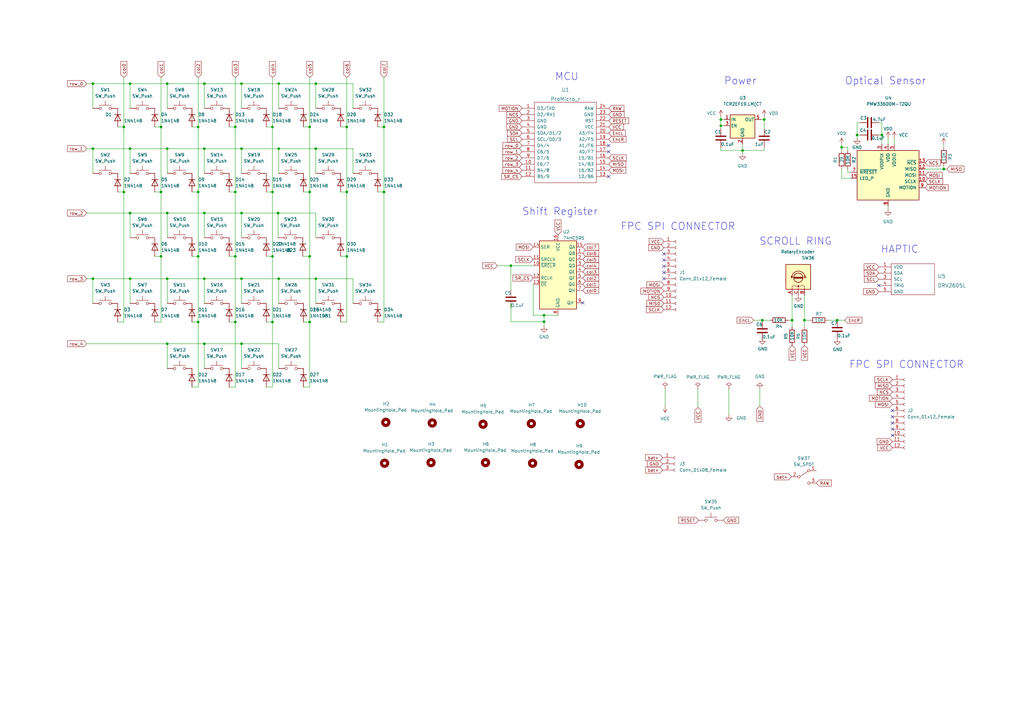
<source format=kicad_sch>
(kicad_sch (version 20211123) (generator eeschema)
  (paper "A3")
  (junction (at 127 105.156))
  (junction (at 129.54 34.29))
  (junction (at 53.34 34.29))
  (junction (at 129.54 60.96))
  (junction (at 50.8 78.74))
  (junction (at 142.24 52.07))
  (junction (at 68.58 34.29))
  (junction (at 96.52 105.156))
  (junction (at 83.82 140.97))
  (junction (at 114.3 114.3))
  (junction (at 295.656 51.562))
  (junction (at 114.3 60.96))
  (junction (at 53.34 60.96))
  (junction (at 127 52.07))
  (junction (at 157.48 52.07))
  (junction (at 99.06 87.376))
  (junction (at 81.28 105.156))
  (junction (at 66.04 78.74))
  (junction (at 223.139 129.286))
  (junction (at 38.1 34.29))
  (junction (at 53.34 87.376))
  (junction (at 209.55 108.966))
  (junction (at 99.06 140.97))
  (junction (at 38.1 60.96))
  (junction (at 324.866 131.318))
  (junction (at 81.28 52.07))
  (junction (at 96.52 52.07))
  (junction (at 127 78.74))
  (junction (at 111.76 78.74))
  (junction (at 99.06 60.96))
  (junction (at 50.8 52.07))
  (junction (at 99.06 114.3))
  (junction (at 38.1 114.3))
  (junction (at 127 132.08))
  (junction (at 96.52 78.74))
  (junction (at 142.24 78.74))
  (junction (at 83.82 34.29))
  (junction (at 312.674 131.318))
  (junction (at 387.096 69.342))
  (junction (at 345.186 60.452))
  (junction (at 157.48 78.74))
  (junction (at 96.52 132.08))
  (junction (at 129.54 114.3))
  (junction (at 114.3 34.29))
  (junction (at 66.04 52.07))
  (junction (at 99.06 34.29))
  (junction (at 68.58 60.96))
  (junction (at 111.76 105.156))
  (junction (at 304.546 61.722))
  (junction (at 81.28 78.74))
  (junction (at 68.58 140.97))
  (junction (at 313.436 49.022))
  (junction (at 68.58 87.376))
  (junction (at 142.24 105.156))
  (junction (at 223.139 131.9259))
  (junction (at 111.76 52.07))
  (junction (at 66.04 105.156))
  (junction (at 83.82 60.96))
  (junction (at 81.28 132.08))
  (junction (at 351.536 55.372))
  (junction (at 83.82 114.3))
  (junction (at 111.76 132.08))
  (junction (at 114.046 87.376))
  (junction (at 68.58 114.3))
  (junction (at 329.946 131.318))
  (junction (at 295.656 49.022))
  (junction (at 83.82 87.376))
  (junction (at 343.408 131.318))
  (junction (at 53.34 114.3))
  (junction (at 361.696 55.372))
  (no_connect (at 366.014 178.562))
  (no_connect (at 272.288 111.76))
  (no_connect (at 366.014 170.942))
  (no_connect (at 272.288 114.3))
  (no_connect (at 249.682 62.23))
  (no_connect (at 249.682 59.69))
  (no_connect (at 272.288 104.14))
  (no_connect (at 366.014 173.482))
  (no_connect (at 239.014 124.206))
  (no_connect (at 360.426 117.094))
  (no_connect (at 366.014 168.402))
  (no_connect (at 272.288 109.22))
  (no_connect (at 272.288 106.68))
  (no_connect (at 249.682 72.39))
  (no_connect (at 366.014 176.022))
  (wire (pts (xy 387.096 69.342) (xy 388.366 69.342)))
  (wire (pts (xy 203.962 108.966) (xy 209.55 108.966)))
  (wire (pts (xy 111.76 52.07) (xy 111.76 78.74)))
  (wire (pts (xy 50.8 78.74) (xy 48.26 78.74)))
  (wire (pts (xy 351.536 55.372) (xy 351.536 50.292)))
  (wire (pts (xy 53.34 114.3) (xy 68.58 114.3)))
  (wire (pts (xy 127 105.156) (xy 124.206 105.156)))
  (wire (pts (xy 387.096 69.342) (xy 387.096 68.072)))
  (wire (pts (xy 209.5764 124.5613) (xy 209.55 126.492)))
  (wire (pts (xy 312.674 139.446) (xy 312.674 138.684)))
  (wire (pts (xy 366.776 56.642) (xy 366.776 59.182)))
  (wire (pts (xy 78.74 158.75) (xy 81.28 158.75)))
  (wire (pts (xy 81.28 105.156) (xy 81.28 132.08)))
  (wire (pts (xy 38.1 60.96) (xy 53.34 60.96)))
  (wire (pts (xy 83.82 114.3) (xy 99.06 114.3)))
  (wire (pts (xy 111.76 105.156) (xy 111.76 132.08)))
  (wire (pts (xy 114.3 114.3) (xy 114.3 124.46)))
  (wire (pts (xy 99.06 114.3) (xy 114.3 114.3)))
  (wire (pts (xy 81.28 78.74) (xy 81.28 105.156)))
  (wire (pts (xy 223.139 131.9259) (xy 223.139 133.731)))
  (wire (pts (xy 83.82 60.96) (xy 83.82 71.12)))
  (wire (pts (xy 53.34 124.46) (xy 53.34 114.3)))
  (wire (pts (xy 323.342 131.318) (xy 324.866 131.318)))
  (wire (pts (xy 35.56 34.29) (xy 38.1 34.29)))
  (wire (pts (xy 66.04 105.156) (xy 66.04 132.08)))
  (wire (pts (xy 142.24 105.156) (xy 142.24 132.08)))
  (wire (pts (xy 114.3 34.29) (xy 129.54 34.29)))
  (wire (pts (xy 68.58 34.29) (xy 83.82 34.29)))
  (wire (pts (xy 129.54 60.96) (xy 144.78 60.96)))
  (wire (pts (xy 157.48 78.74) (xy 157.48 132.08)))
  (wire (pts (xy 361.696 50.292) (xy 360.426 50.292)))
  (wire (pts (xy 99.06 140.97) (xy 99.06 151.13)))
  (wire (pts (xy 53.34 87.376) (xy 68.58 87.376)))
  (wire (pts (xy 127 78.74) (xy 124.46 78.74)))
  (wire (pts (xy 272.796 166.624) (xy 272.796 159.512)))
  (wire (pts (xy 38.1 34.29) (xy 53.34 34.29)))
  (wire (pts (xy 209.5764 124.5613) (xy 209.5764 131.9273)))
  (wire (pts (xy 99.06 60.96) (xy 99.06 71.12)))
  (wire (pts (xy 361.696 55.372) (xy 360.426 55.372)))
  (wire (pts (xy 96.52 105.156) (xy 96.52 132.08)))
  (wire (pts (xy 127 105.156) (xy 127 132.08)))
  (wire (pts (xy 364.236 56.642) (xy 364.236 59.182)))
  (wire (pts (xy 298.958 159.512) (xy 298.958 170.18)))
  (wire (pts (xy 83.82 60.96) (xy 99.06 60.96)))
  (wire (pts (xy 142.24 132.08) (xy 139.7 132.08)))
  (wire (pts (xy 223.139 129.286) (xy 223.139 131.9259)))
  (wire (pts (xy 83.82 114.3) (xy 83.82 124.46)))
  (wire (pts (xy 142.24 105.156) (xy 139.7 105.156)))
  (wire (pts (xy 78.74 132.08) (xy 81.28 132.08)))
  (wire (pts (xy 379.476 69.342) (xy 387.096 69.342)))
  (wire (pts (xy 157.48 78.74) (xy 154.94 78.74)))
  (wire (pts (xy 286.258 159.512) (xy 286.258 167.132)))
  (wire (pts (xy 38.1 34.29) (xy 38.1 44.45)))
  (wire (pts (xy 68.58 114.3) (xy 83.82 114.3)))
  (wire (pts (xy 127 78.74) (xy 127 52.07)))
  (wire (pts (xy 309.118 131.318) (xy 312.674 131.318)))
  (wire (pts (xy 96.52 78.74) (xy 93.98 78.74)))
  (wire (pts (xy 311.658 166.624) (xy 311.658 159.512)))
  (wire (pts (xy 66.04 52.07) (xy 66.04 78.74)))
  (wire (pts (xy 347.726 60.452) (xy 345.186 60.452)))
  (wire (pts (xy 361.696 55.372) (xy 361.696 50.292)))
  (wire (pts (xy 127 78.74) (xy 127 105.156)))
  (wire (pts (xy 218.694 116.586) (xy 218.694 129.286)))
  (wire (pts (xy 124.46 158.75) (xy 127 158.75)))
  (wire (pts (xy 81.28 31.75) (xy 81.28 52.07)))
  (wire (pts (xy 99.06 87.376) (xy 114.046 87.376)))
  (wire (pts (xy 38.1 114.3) (xy 53.34 114.3)))
  (wire (pts (xy 127 52.07) (xy 124.46 52.07)))
  (wire (pts (xy 129.54 114.3) (xy 144.78 114.3)))
  (wire (pts (xy 114.3 34.29) (xy 114.3 44.45)))
  (wire (pts (xy 66.04 31.75) (xy 66.04 52.07)))
  (wire (pts (xy 144.78 60.96) (xy 144.78 71.12)))
  (wire (pts (xy 228.854 129.286) (xy 223.139 129.286)))
  (wire (pts (xy 129.54 34.29) (xy 144.78 34.29)))
  (wire (pts (xy 295.656 61.722) (xy 304.546 61.722)))
  (wire (pts (xy 109.22 132.08) (xy 111.76 132.08)))
  (wire (pts (xy 68.58 140.97) (xy 83.82 140.97)))
  (wire (pts (xy 129.54 60.96) (xy 129.54 71.12)))
  (wire (pts (xy 83.82 151.13) (xy 83.82 140.97)))
  (wire (pts (xy 157.48 31.75) (xy 157.48 52.07)))
  (wire (pts (xy 99.06 114.3) (xy 99.06 124.46)))
  (wire (pts (xy 63.5 105.156) (xy 66.04 105.156)))
  (wire (pts (xy 313.436 61.722) (xy 304.546 61.722)))
  (wire (pts (xy 83.82 87.376) (xy 99.06 87.376)))
  (wire (pts (xy 361.696 55.372) (xy 361.696 59.182)))
  (wire (pts (xy 329.946 134.112) (xy 329.946 131.318)))
  (wire (pts (xy 124.46 132.08) (xy 127 132.08)))
  (wire (pts (xy 142.24 78.74) (xy 139.7 78.74)))
  (wire (pts (xy 313.436 47.752) (xy 313.436 49.022)))
  (wire (pts (xy 111.76 78.74) (xy 111.76 105.156)))
  (wire (pts (xy 351.536 56.642) (xy 351.536 55.372)))
  (wire (pts (xy 345.186 59.182) (xy 345.186 60.452)))
  (wire (pts (xy 83.82 34.29) (xy 99.06 34.29)))
  (wire (pts (xy 295.656 51.562) (xy 295.656 49.022)))
  (wire (pts (xy 304.546 61.722) (xy 304.546 62.992)))
  (wire (pts (xy 114.3 60.96) (xy 114.3 71.12)))
  (wire (pts (xy 81.28 132.08) (xy 81.28 158.75)))
  (wire (pts (xy 109.22 52.07) (xy 111.76 52.07)))
  (wire (pts (xy 66.04 78.74) (xy 63.5 78.74)))
  (wire (pts (xy 114.046 87.376) (xy 129.54 87.376)))
  (wire (pts (xy 114.3 140.97) (xy 114.3 151.13)))
  (wire (pts (xy 99.06 87.376) (xy 99.06 97.536)))
  (wire (pts (xy 157.48 132.08) (xy 154.94 132.08)))
  (wire (pts (xy 114.046 87.376) (xy 114.046 97.536)))
  (wire (pts (xy 387.096 59.182) (xy 387.096 60.452)))
  (wire (pts (xy 81.28 105.156) (xy 78.74 105.156)))
  (wire (pts (xy 66.04 78.74) (xy 66.04 105.156)))
  (wire (pts (xy 114.3 114.3) (xy 129.54 114.3)))
  (wire (pts (xy 142.24 52.07) (xy 142.24 78.74)))
  (wire (pts (xy 50.8 78.74) (xy 50.8 52.07)))
  (wire (pts (xy 99.06 34.29) (xy 99.06 44.45)))
  (wire (pts (xy 114.3 60.96) (xy 129.54 60.96)))
  (wire (pts (xy 96.52 52.07) (xy 93.98 52.07)))
  (wire (pts (xy 96.52 78.74) (xy 96.52 105.156)))
  (wire (pts (xy 329.946 131.318) (xy 329.946 121.158)))
  (wire (pts (xy 347.726 61.722) (xy 347.726 60.452)))
  (wire (pts (xy 99.06 60.96) (xy 114.3 60.96)))
  (wire (pts (xy 81.28 52.07) (xy 78.74 52.07)))
  (wire (pts (xy 38.1 114.3) (xy 38.1 124.46)))
  (wire (pts (xy 312.674 131.318) (xy 315.722 131.318)))
  (wire (pts (xy 68.58 87.376) (xy 83.82 87.376)))
  (wire (pts (xy 312.674 131.826) (xy 312.674 131.318)))
  (wire (pts (xy 38.1 71.12) (xy 38.1 60.96)))
  (wire (pts (xy 348.996 70.612) (xy 347.726 70.612)))
  (wire (pts (xy 48.26 132.08) (xy 50.8 132.08)))
  (wire (pts (xy 93.98 132.08) (xy 96.52 132.08)))
  (wire (pts (xy 295.656 49.022) (xy 296.926 49.022)))
  (wire (pts (xy 127 31.75) (xy 127 52.07)))
  (wire (pts (xy 352.806 50.292) (xy 351.536 50.292)))
  (wire (pts (xy 144.78 114.3) (xy 144.78 124.46)))
  (wire (pts (xy 129.54 87.376) (xy 129.54 97.536)))
  (wire (pts (xy 157.48 52.07) (xy 157.48 78.74)))
  (wire (pts (xy 129.54 34.29) (xy 129.54 44.45)))
  (wire (pts (xy 343.408 131.318) (xy 346.456 131.318)))
  (wire (pts (xy 83.82 140.97) (xy 99.06 140.97)))
  (wire (pts (xy 111.76 31.75) (xy 111.76 52.07)))
  (wire (pts (xy 96.52 132.08) (xy 96.52 158.75)))
  (wire (pts (xy 154.94 52.07) (xy 157.48 52.07)))
  (wire (pts (xy 68.58 114.3) (xy 68.58 124.46)))
  (wire (pts (xy 218.694 129.286) (xy 223.139 129.286)))
  (wire (pts (xy 209.55 118.872) (xy 209.55 108.966)))
  (wire (pts (xy 68.58 60.96) (xy 83.82 60.96)))
  (wire (pts (xy 68.58 60.96) (xy 68.58 71.12)))
  (wire (pts (xy 111.76 105.156) (xy 109.22 105.156)))
  (wire (pts (xy 99.06 140.97) (xy 114.3 140.97)))
  (wire (pts (xy 83.82 87.376) (xy 83.82 97.536)))
  (wire (pts (xy 99.06 34.29) (xy 114.3 34.29)))
  (wire (pts (xy 139.7 52.07) (xy 142.24 52.07)))
  (wire (pts (xy 50.8 31.75) (xy 50.8 52.07)))
  (wire (pts (xy 96.52 31.75) (xy 96.52 52.07)))
  (wire (pts (xy 93.98 105.156) (xy 96.52 105.156)))
  (wire (pts (xy 313.436 49.022) (xy 313.436 52.832)))
  (wire (pts (xy 142.24 78.74) (xy 142.24 105.156)))
  (wire (pts (xy 329.946 131.318) (xy 331.978 131.318)))
  (wire (pts (xy 35.56 60.96) (xy 38.1 60.96)))
  (wire (pts (xy 50.8 78.74) (xy 50.8 132.08)))
  (wire (pts (xy 209.55 108.966) (xy 218.694 108.966)))
  (wire (pts (xy 111.76 78.74) (xy 109.22 78.74)))
  (wire (pts (xy 81.28 78.74) (xy 78.74 78.74)))
  (wire (pts (xy 313.436 60.452) (xy 313.436 61.722)))
  (wire (pts (xy 93.98 158.75) (xy 96.52 158.75)))
  (wire (pts (xy 96.52 78.74) (xy 96.52 52.07)))
  (wire (pts (xy 295.656 52.832) (xy 295.656 51.562)))
  (wire (pts (xy 144.78 34.29) (xy 144.78 44.45)))
  (wire (pts (xy 312.166 49.022) (xy 313.436 49.022)))
  (wire (pts (xy 53.34 34.29) (xy 68.58 34.29)))
  (wire (pts (xy 324.866 131.318) (xy 324.866 121.158)))
  (wire (pts (xy 68.58 140.97) (xy 68.58 151.13)))
  (wire (pts (xy 324.866 134.112) (xy 324.866 131.318)))
  (wire (pts (xy 53.34 60.96) (xy 68.58 60.96)))
  (wire (pts (xy 63.5 52.07) (xy 66.04 52.07)))
  (wire (pts (xy 345.186 73.152) (xy 345.186 69.342)))
  (wire (pts (xy 53.34 34.29) (xy 53.34 44.45)))
  (wire (pts (xy 83.82 34.29) (xy 83.82 44.45)))
  (wire (pts (xy 345.186 60.452) (xy 345.186 61.722)))
  (wire (pts (xy 35.56 87.376) (xy 53.34 87.376)))
  (wire (pts (xy 142.24 31.75) (xy 142.24 52.07)))
  (wire (pts (xy 68.58 34.29) (xy 68.58 44.45)))
  (wire (pts (xy 347.726 70.612) (xy 347.726 69.342)))
  (wire (pts (xy 81.28 78.74) (xy 81.28 52.07)))
  (wire (pts (xy 35.56 140.97) (xy 68.58 140.97)))
  (wire (pts (xy 68.58 87.376) (xy 68.58 97.536)))
  (wire (pts (xy 129.54 114.3) (xy 129.54 124.46)))
  (wire (pts (xy 53.34 60.96) (xy 53.34 71.12)))
  (wire (pts (xy 364.236 85.852) (xy 364.236 84.582)))
  (wire (pts (xy 111.76 132.08) (xy 111.76 158.75)))
  (wire (pts (xy 63.5 132.08) (xy 66.04 132.08)))
  (wire (pts (xy 339.598 131.318) (xy 343.408 131.318)))
  (wire (pts (xy 127 158.75) (xy 127 132.08)))
  (wire (pts (xy 345.186 73.152) (xy 348.996 73.152)))
  (wire (pts (xy 209.5764 131.9273) (xy 223.139 131.9259)))
  (wire (pts (xy 35.56 114.3) (xy 38.1 114.3)))
  (wire (pts (xy 304.546 59.182) (xy 304.546 61.722)))
  (wire (pts (xy 295.656 60.452) (xy 295.656 61.722)))
  (wire (pts (xy 295.656 47.752) (xy 295.656 49.022)))
  (wire (pts (xy 53.34 87.376) (xy 53.34 97.536)))
  (wire (pts (xy 296.926 51.562) (xy 295.656 51.562)))
  (wire (pts (xy 109.22 158.75) (xy 111.76 158.75)))
  (wire (pts (xy 352.806 55.372) (xy 351.536 55.372)))
  (wire (pts (xy 50.8 52.07) (xy 48.26 52.07)))
  (text "MCU" (at 227.584 33.274 0) (effects (font (size 2.9972 2.9972)) (justify left bottom)))
  (text "Power" (at 296.926 35.052 0) (effects (font (size 2.9972 2.9972)) (justify left bottom)))
  (text "HAPTIC" (at 361.188 104.14 0) (effects (font (size 2.9972 2.9972)) (justify left bottom)))
  (text "FPC SPI CONNECTOR\n" (at 348.234 151.384 0) (effects (font (size 2.9972 2.9972)) (justify left bottom)))
  (text "Shift Register\n" (at 214.122 88.646 0) (effects (font (size 2.9972 2.9972)) (justify left bottom)))
  (text "SCROLL RING" (at 311.404 100.838 0) (effects (font (size 2.9972 2.9972)) (justify left bottom)))
  (text "Optical Sensor" (at 346.456 35.052 0) (effects (font (size 2.9972 2.9972)) (justify left bottom)))
  (text "FPC SPI CONNECTOR\n" (at 254.508 94.742 0) (effects (font (size 2.9972 2.9972)) (justify left bottom)))
  (global_label "SCLK" (shape input) (at 249.682 64.77 0) (property "Intersheet References" "${INTERSHEET_REFS}" (effects hide)))
  (global_label "NCS" (shape input) (at 379.476 66.802 0) (property "Intersheet References" "${INTERSHEET_REFS}" (effects hide)))
  (global_label "NCS" (shape input) (at 366.014 160.782 180) (property "Intersheet References" "${INTERSHEET_REFS}" (effects hide)))
  (global_label "MISO" (shape input) (at 388.366 69.342 0) (property "Intersheet References" "${INTERSHEET_REFS}" (effects hide)))
  (global_label "col1" (shape input) (at 66.04 31.75 90) (property "Intersheet References" "${INTERSHEET_REFS}" (effects hide)))
  (global_label "GND" (shape input) (at 249.682 46.99 0) (property "Intersheet References" "${INTERSHEET_REFS}" (effects hide)))
  (global_label "MOTION" (shape input) (at 379.476 76.962 0) (property "Intersheet References" "${INTERSHEET_REFS}" (effects hide)))
  (global_label "col5" (shape input) (at 239.014 106.426 0) (property "Intersheet References" "${INTERSHEET_REFS}" (effects hide)))
  (global_label "MOSI" (shape input) (at 249.682 69.85 0) (property "Intersheet References" "${INTERSHEET_REFS}" (effects hide)))
  (global_label "col2" (shape input) (at 239.014 114.046 0) (property "Intersheet References" "${INTERSHEET_REFS}" (effects hide)))
  (global_label "SCL" (shape input) (at 360.426 114.554 180) (property "Intersheet References" "${INTERSHEET_REFS}" (effects hide)))
  (global_label "row_0" (shape input) (at 35.56 34.29 180) (property "Intersheet References" "${INTERSHEET_REFS}" (effects hide)))
  (global_label "VCC" (shape input) (at 329.946 141.732 270) (property "Intersheet References" "${INTERSHEET_REFS}" (effects hide)))
  (global_label "row_1" (shape input) (at 35.56 60.96 180) (property "Intersheet References" "${INTERSHEET_REFS}" (effects hide)))
  (global_label "row_3" (shape input) (at 35.56 114.3 180) (property "Intersheet References" "${INTERSHEET_REFS}" (effects hide)))
  (global_label "col1" (shape input) (at 239.014 116.586 0) (property "Intersheet References" "${INTERSHEET_REFS}" (effects hide)))
  (global_label "NCS" (shape input) (at 214.122 46.99 180) (property "Intersheet References" "${INTERSHEET_REFS}" (effects hide)))
  (global_label "bat+" (shape input) (at 324.612 195.58 180) (property "Intersheet References" "${INTERSHEET_REFS}" (effects hide)))
  (global_label "row_0" (shape input) (at 214.122 59.69 180) (property "Intersheet References" "${INTERSHEET_REFS}" (effects hide)))
  (global_label "MOTION" (shape input) (at 272.288 119.38 180) (property "Intersheet References" "${INTERSHEET_REFS}" (effects hide)))
  (global_label "col0" (shape input) (at 50.8 31.75 90) (property "Intersheet References" "${INTERSHEET_REFS}" (effects hide)))
  (global_label "bat+" (shape input) (at 271.78 187.706 180) (property "Intersheet References" "${INTERSHEET_REFS}" (effects hide)))
  (global_label "GND" (shape input) (at 366.014 181.102 180) (property "Intersheet References" "${INTERSHEET_REFS}" (effects hide)))
  (global_label "MOSI" (shape input) (at 272.288 116.84 180) (property "Intersheet References" "${INTERSHEET_REFS}" (effects hide)))
  (global_label "MOSI" (shape input) (at 379.476 71.882 0) (property "Intersheet References" "${INTERSHEET_REFS}" (effects hide)))
  (global_label "SCLK" (shape input) (at 218.694 106.426 180) (property "Intersheet References" "${INTERSHEET_REFS}" (effects hide)))
  (global_label "EncL" (shape input) (at 309.118 131.318 180) (property "Intersheet References" "${INTERSHEET_REFS}" (effects hide)))
  (global_label "RAW" (shape input) (at 249.682 44.45 0) (property "Intersheet References" "${INTERSHEET_REFS}" (effects hide)))
  (global_label "MISO" (shape input) (at 249.682 67.31 0) (property "Intersheet References" "${INTERSHEET_REFS}" (effects hide)))
  (global_label "GND" (shape input) (at 311.658 166.624 270) (property "Intersheet References" "${INTERSHEET_REFS}" (effects hide)))
  (global_label "GND" (shape input) (at 296.672 213.36 0) (property "Intersheet References" "${INTERSHEET_REFS}" (effects hide)))
  (global_label "VCC" (shape input) (at 360.426 109.474 180) (property "Intersheet References" "${INTERSHEET_REFS}" (effects hide)))
  (global_label "MOTION" (shape input) (at 366.014 163.322 180) (property "Intersheet References" "${INTERSHEET_REFS}" (effects hide)))
  (global_label "MISO" (shape input) (at 366.014 158.242 180) (property "Intersheet References" "${INTERSHEET_REFS}" (effects hide)))
  (global_label "SCLK" (shape input) (at 272.288 127 180) (property "Intersheet References" "${INTERSHEET_REFS}" (effects hide)))
  (global_label "row_1" (shape input) (at 214.122 62.23 180) (property "Intersheet References" "${INTERSHEET_REFS}" (effects hide)))
  (global_label "col6" (shape input) (at 239.014 103.886 0) (property "Intersheet References" "${INTERSHEET_REFS}" (effects hide)))
  (global_label "SDA" (shape input) (at 360.426 112.014 180) (property "Intersheet References" "${INTERSHEET_REFS}" (effects hide)))
  (global_label "row_4" (shape input) (at 35.56 140.97 180) (property "Intersheet References" "${INTERSHEET_REFS}" (effects hide)))
  (global_label "col4" (shape input) (at 111.76 31.75 90) (property "Intersheet References" "${INTERSHEET_REFS}" (effects hide)))
  (global_label "GND" (shape input) (at 272.288 101.6 180) (property "Intersheet References" "${INTERSHEET_REFS}" (effects hide)))
  (global_label "EncL" (shape input) (at 249.682 54.61 0) (property "Intersheet References" "${INTERSHEET_REFS}" (effects hide)))
  (global_label "col7" (shape input) (at 157.48 31.75 90) (property "Intersheet References" "${INTERSHEET_REFS}" (effects hide)))
  (global_label "SCLK" (shape input) (at 366.014 155.702 180) (property "Intersheet References" "${INTERSHEET_REFS}" (effects hide)))
  (global_label "GND" (shape input) (at 360.426 119.634 180) (property "Intersheet References" "${INTERSHEET_REFS}" (effects hide)))
  (global_label "RAW" (shape input) (at 334.772 198.12 0) (property "Intersheet References" "${INTERSHEET_REFS}" (effects hide)))
  (global_label "VCC" (shape input) (at 203.962 108.966 180) (property "Intersheet References" "${INTERSHEET_REFS}" (effects hide)))
  (global_label "col0" (shape input) (at 239.014 119.126 0) (property "Intersheet References" "${INTERSHEET_REFS}" (effects hide)))
  (global_label "EncR" (shape input) (at 346.456 131.318 0) (property "Intersheet References" "${INTERSHEET_REFS}" (effects hide)))
  (global_label "VCC" (shape input) (at 272.288 99.06 180) (property "Intersheet References" "${INTERSHEET_REFS}" (effects hide)))
  (global_label "MOSI" (shape input) (at 366.014 165.862 180) (property "Intersheet References" "${INTERSHEET_REFS}" (effects hide)))
  (global_label "VCC" (shape input) (at 286.258 167.132 270) (property "Intersheet References" "${INTERSHEET_REFS}" (effects hide)))
  (global_label "col4" (shape input) (at 239.014 108.966 0) (property "Intersheet References" "${INTERSHEET_REFS}" (effects hide)))
  (global_label "bat+" (shape input) (at 271.78 192.786 180) (property "Intersheet References" "${INTERSHEET_REFS}" (effects hide)))
  (global_label "MISO" (shape input) (at 272.288 124.46 180) (property "Intersheet References" "${INTERSHEET_REFS}" (effects hide)))
  (global_label "SDA" (shape input) (at 214.122 54.61 180) (property "Intersheet References" "${INTERSHEET_REFS}" (effects hide)))
  (global_label "col3" (shape input) (at 239.014 111.506 0) (property "Intersheet References" "${INTERSHEET_REFS}" (effects hide)))
  (global_label "SR_CS" (shape input) (at 214.122 72.39 180) (property "Intersheet References" "${INTERSHEET_REFS}" (effects hide)))
  (global_label "GND" (shape input) (at 214.122 52.07 180) (property "Intersheet References" "${INTERSHEET_REFS}" (effects hide)))
  (global_label "VCC" (shape input) (at 324.866 141.732 270) (property "Intersheet References" "${INTERSHEET_REFS}" (effects hide)))
  (global_label "SCLK" (shape input) (at 379.476 74.422 0) (property "Intersheet References" "${INTERSHEET_REFS}" (effects hide)))
  (global_label "MOSI" (shape input) (at 218.694 101.346 180) (property "Intersheet References" "${INTERSHEET_REFS}" (effects hide)))
  (global_label "GND" (shape input) (at 271.78 190.246 180) (property "Intersheet References" "${INTERSHEET_REFS}" (effects hide)))
  (global_label "row_4" (shape input) (at 214.122 69.85 180) (property "Intersheet References" "${INTERSHEET_REFS}" (effects hide)))
  (global_label "NCS" (shape input) (at 272.288 121.92 180) (property "Intersheet References" "${INTERSHEET_REFS}" (effects hide)))
  (global_label "MOTION" (shape input) (at 214.122 44.45 180) (property "Intersheet References" "${INTERSHEET_REFS}" (effects hide)))
  (global_label "EncR" (shape input) (at 249.682 57.15 0) (property "Intersheet References" "${INTERSHEET_REFS}" (effects hide)))
  (global_label "row_3" (shape input) (at 214.122 67.31 180) (property "Intersheet References" "${INTERSHEET_REFS}" (effects hide)))
  (global_label "VCC" (shape input) (at 249.682 52.07 0) (property "Intersheet References" "${INTERSHEET_REFS}" (effects hide)))
  (global_label "VCC" (shape input) (at 366.014 183.642 180) (property "Intersheet References" "${INTERSHEET_REFS}" (effects hide)))
  (global_label "col5" (shape input) (at 127 31.75 90) (property "Intersheet References" "${INTERSHEET_REFS}" (effects hide)))
  (global_label "col7" (shape input) (at 239.014 101.346 0) (property "Intersheet References" "${INTERSHEET_REFS}" (effects hide)))
  (global_label "col2" (shape input) (at 81.28 31.75 90) (property "Intersheet References" "${INTERSHEET_REFS}" (effects hide)))
  (global_label "VCC" (shape input) (at 228.854 96.266 90) (property "Intersheet References" "${INTERSHEET_REFS}" (effects hide)))
  (global_label "row_2" (shape input) (at 35.56 87.376 180) (property "Intersheet References" "${INTERSHEET_REFS}" (effects hide)))
  (global_label "row_2" (shape input) (at 214.122 64.77 180) (property "Intersheet References" "${INTERSHEET_REFS}" (effects hide)))
  (global_label "col6" (shape input) (at 142.24 31.75 90) (property "Intersheet References" "${INTERSHEET_REFS}" (effects hide)))
  (global_label "col3" (shape input) (at 96.52 31.75 90) (property "Intersheet References" "${INTERSHEET_REFS}" (effects hide)))
  (global_label "SR_CS" (shape input) (at 218.694 114.046 180) (property "Intersheet References" "${INTERSHEET_REFS}" (effects hide)))
  (global_label "SCL" (shape input) (at 214.122 57.15 180) (property "Intersheet References" "${INTERSHEET_REFS}" (effects hide)))
  (global_label "GND" (shape input) (at 214.122 49.53 180) (property "Intersheet References" "${INTERSHEET_REFS}" (effects hide)))
  (global_label "RESET" (shape input) (at 249.682 49.53 0) (property "Intersheet References" "${INTERSHEET_REFS}" (effects hide)))
  (global_label "RESET" (shape input) (at 286.512 213.36 180) (property "Intersheet References" "${INTERSHEET_REFS}" (effects hide)))
  (symbol (lib_id "alaa:Diode_1N4148") (at 63.5 48.26 270) (unit 1)
    (property "Reference" "D4" (at 66.04 46.9899 90) (effects (justify left)))
    (property "Value" "1N4148" (at 66.04 49.5299 90) (effects (justify left)))
    (property "Footprint" "Diode_SMD:D_SOD-123" (effects hide))
    (property "Datasheet" "https://assets.nexperia.com/documents/data-sheet/1N4148_1N4448.pdf" (effects hide))
    (property "LCSC" "C909967" (effects hide))
  )
  (symbol (lib_id "Mechanical:MountingHole") (at 158.242 173.228 0) (unit 1)
    (property "Reference" "H2" (at 156.972 165.608 0) (effects (justify left)))
    (property "Value" "MountingHole_Pad" (at 149.352 168.148 0) (effects (justify left)))
    (property "Footprint" "Alaa:MountingHole_M3" (effects hide))
  )
  (symbol (lib_id "alaa:Diode_1N4148") (at 48.26 128.27 270) (unit 1)
    (property "Reference" "D3" (at 50.8 126.9999 90) (effects (justify left)))
    (property "Value" "1N4148" (at 50.8 129.5399 90) (effects (justify left)))
    (property "Footprint" "Diode_SMD:D_SOD-123" (effects hide))
    (property "Datasheet" "https://assets.nexperia.com/documents/data-sheet/1N4148_1N4448.pdf" (effects hide))
    (property "LCSC" "C909967" (effects hide))
  )
  (symbol (lib_id "Mechanical:MountingHole") (at 177.292 173.482 0) (unit 1)
    (property "Reference" "H4" (at 176.022 165.862 0) (effects (justify left)))
    (property "Value" "MountingHole_Pad" (at 168.402 168.402 0) (effects (justify left)))
    (property "Footprint" "Alaa:MountingHole_M3" (effects hide))
  )
  (symbol (lib_id "power:VCC") (at 295.656 47.752 0) (unit 1)
    (property "Reference" "#PWR03" (effects hide))
    (property "Value" "VCC" (at 291.846 46.482 0))
  )
  (symbol (lib_id "Device:R") (at 345.186 65.532 0) (unit 1)
    (property "Reference" "R1" (at 342.646 65.532 90))
    (property "Value" "39" (at 345.186 65.532 90))
    (property "Footprint" "Resistor_SMD:R_0805_2012Metric" (effects hide))
    (property "manf#" "SG73P2ATTD39R0F" (effects hide))
    (property "LCSC" "C514993" (effects hide))
  )
  (symbol (lib_id "Connector:Conn_01x12_Female") (at 371.094 168.402 0) (unit 1)
    (property "Reference" "J2" (at 372.11 168.4019 0) (effects (justify left)))
    (property "Value" "Conn_01x12_Female" (at 372.11 170.9419 0) (effects (justify left)))
    (property "Footprint" "Alaa:FPC-SMD_FPC05012-09200-.5mm-rev" (effects hide))
    (property "LCSC" "C479750" (effects hide))
  )
  (symbol (lib_id "74xx:74HC595") (at 228.854 111.506 0) (unit 1)
    (property "Reference" "U2" (at 230.8734 95.1062 0) (effects (justify left)))
    (property "Value" "74HC595" (at 230.8734 97.6431 0) (effects (justify left)))
    (property "Footprint" "Package_SO:SOIC-16_3.9x9.9mm_P1.27mm" (effects hide))
    (property "Datasheet" "http://www.ti.com/lit/ds/symlink/sn74hc595.pdf" (effects hide))
    (property "LCSC" "C10092" (effects hide))
  )
  (symbol (lib_id "Switch:SW_Push") (at 104.14 71.12 0) (unit 1)
    (property "Reference" "SW19" (at 104.14 63.5 0))
    (property "Value" "SW_Push" (at 104.14 66.04 0))
    (property "Footprint" "Alaa:Kailh_hotswap_MX-CHOC-connected" (effects hide))
  )
  (symbol (lib_id "power:GND") (at 298.958 170.18 0) (unit 1)
    (property "Reference" "#PWR04" (effects hide))
    (property "Value" "GND" (at 302.006 171.4499 0) (effects (justify left)))
  )
  (symbol (lib_id "Switch:SW_Push") (at 134.62 71.12 0) (unit 1)
    (property "Reference" "SW29" (at 134.62 63.5 0))
    (property "Value" "SW_Push" (at 134.62 66.04 0))
    (property "Footprint" "Alaa:Kailh_hotswap_MX-CHOC-connected" (effects hide))
  )
  (symbol (lib_id "Device:C") (at 356.616 50.292 270) (unit 1)
    (property "Reference" "C3" (at 352.806 48.387 90) (effects (justify left)))
    (property "Value" "4.7uF" (at 357.886 49.022 90) (effects (justify left)))
    (property "Footprint" "Capacitor_SMD:C_0805_2012Metric" (effects hide))
    (property "manf#" "0805X475K250CT" (effects hide))
    (property "LCSC" "C303940" (effects hide))
  )
  (symbol (lib_id "Device:C") (at 356.616 55.372 90) (unit 1)
    (property "Reference" "C4" (at 355.346 53.467 90) (effects (justify left)))
    (property "Value" "0.1uF" (at 362.966 56.642 90) (effects (justify left)))
    (property "Footprint" "Capacitor_SMD:C_0805_2012Metric" (effects hide))
    (property "manf#" "0805B104K101CT" (effects hide))
    (property "LCSC" "C77456" (effects hide))
  )
  (symbol (lib_id "alaa:ProMicro_r") (at 233.172 62.23 0) (mirror y) (unit 1)
    (property "Reference" "U1" (at 231.902 36.83 0) (effects (font (size 1.524 1.524))))
    (property "Value" "ProMicro_r" (at 231.902 40.64 0) (effects (font (size 1.524 1.524))))
    (property "Footprint" "Alaa:ProMicro2" (effects hide))
  )
  (symbol (lib_id "Device:R") (at 319.532 131.318 90) (unit 1)
    (property "Reference" "R4" (at 319.532 133.858 90))
    (property "Value" "10K" (at 319.278 131.318 90))
    (property "Footprint" "Resistor_SMD:R_0805_2012Metric" (effects hide))
    (property "manf#" "ARG05BTC1002" (effects hide))
    (property "LCSC" "C406725" (effects hide))
  )
  (symbol (lib_id "Device:R") (at 335.788 131.318 270) (unit 1)
    (property "Reference" "R7" (at 335.788 128.778 90))
    (property "Value" "10K" (at 336.042 131.318 90))
    (property "Footprint" "Resistor_SMD:R_0805_2012Metric" (effects hide))
    (property "manf#" "ARG05BTC1002" (effects hide))
    (property "LCSC" "C406725" (effects hide))
  )
  (symbol (lib_id "power:GND") (at 311.658 159.512 180) (unit 1)
    (property "Reference" "#PWR07" (effects hide))
    (property "Value" "GND" (at 309.626 154.432 0) (effects (justify right)))
  )
  (symbol (lib_id "alaa:Diode_1N4148") (at 139.7 128.27 270) (unit 1)
    (property "Reference" "D31" (at 135.89 129.5401 90) (effects (justify right)))
    (property "Value" "1N4148" (at 135.89 127.0001 90) (effects (justify right)))
    (property "Footprint" "Diode_SMD:D_SOD-123" (effects hide))
    (property "Datasheet" "https://assets.nexperia.com/documents/data-sheet/1N4148_1N4448.pdf" (effects hide))
    (property "LCSC" "C909967" (effects hide))
  )
  (symbol (lib_id "alaa:Diode_1N4148") (at 139.7 74.93 270) (unit 1)
    (property "Reference" "D29" (at 142.24 73.6599 90) (effects (justify left)))
    (property "Value" "1N4148" (at 142.24 76.1999 90) (effects (justify left)))
    (property "Footprint" "Diode_SMD:D_SOD-123" (effects hide))
    (property "Datasheet" "https://assets.nexperia.com/documents/data-sheet/1N4148_1N4448.pdf" (effects hide))
    (property "LCSC" "C909967" (effects hide))
  )
  (symbol (lib_id "Device:C") (at 313.436 56.642 0) (unit 1)
    (property "Reference" "C2" (at 313.436 54.102 0) (effects (justify left)))
    (property "Value" "1uF" (at 309.626 59.182 0) (effects (justify left)))
    (property "Footprint" "Capacitor_SMD:C_0805_2012Metric" (effects hide))
    (property "manf#" "0805B105K100CT" (effects hide))
    (property "LCSC" "C366879" (effects hide))
  )
  (symbol (lib_id "Switch:SW_Push") (at 134.62 124.46 0) (unit 1)
    (property "Reference" "SW31" (at 134.62 116.84 0))
    (property "Value" "SW_Push" (at 134.62 119.38 0))
    (property "Footprint" "Alaa:Kailh_hotswap_MX-CHOC-connected" (effects hide))
  )
  (symbol (lib_id "Switch:SW_Push") (at 73.66 151.13 0) (unit 1)
    (property "Reference" "SW12" (at 73.66 143.51 0))
    (property "Value" "SW_Push" (at 73.66 146.05 0))
    (property "Footprint" "Alaa:Kailh_hotswap_MX-CHOC-connected" (effects hide))
  )
  (symbol (lib_id "Switch:SW_Push") (at 291.592 213.36 0) (unit 1)
    (property "Reference" "SW35" (at 291.592 205.74 0))
    (property "Value" "SW_Push" (at 291.592 208.28 0))
    (property "Footprint" "Button_Switch_SMD:SW_SPST_Omron_B3FS-100xP" (effects hide))
    (property "LCSC" "C271750" (effects hide))
  )
  (symbol (lib_id "alaa:Diode_1N4148") (at 124.46 128.27 270) (unit 1)
    (property "Reference" "D26" (at 127 126.9999 90) (effects (justify left)))
    (property "Value" "1N4148" (at 127 129.5399 90) (effects (justify left)))
    (property "Footprint" "Diode_SMD:D_SOD-123" (effects hide))
    (property "Datasheet" "https://assets.nexperia.com/documents/data-sheet/1N4148_1N4448.pdf" (effects hide))
    (property "LCSC" "C909967" (effects hide))
  )
  (symbol (lib_id "Switch:SW_Push") (at 134.62 44.45 0) (unit 1)
    (property "Reference" "SW28" (at 134.62 36.83 0))
    (property "Value" "SW_Push" (at 134.62 39.37 0))
    (property "Footprint" "Alaa:Kailh_hotswap_MX-CHOC-connected" (effects hide))
  )
  (symbol (lib_id "alaa:Diode_1N4148") (at 63.5 74.93 270) (unit 1)
    (property "Reference" "D5" (at 66.04 73.6599 90) (effects (justify left)))
    (property "Value" "1N4148" (at 66.04 76.1999 90) (effects (justify left)))
    (property "Footprint" "Diode_SMD:D_SOD-123" (effects hide))
    (property "Datasheet" "https://assets.nexperia.com/documents/data-sheet/1N4148_1N4448.pdf" (effects hide))
    (property "LCSC" "C909967" (effects hide))
  )
  (symbol (lib_id "alaa:Diode_1N4148") (at 93.98 154.94 270) (unit 1)
    (property "Reference" "D17" (at 96.52 153.6699 90) (effects (justify left)))
    (property "Value" "1N4148" (at 96.52 156.2099 90) (effects (justify left)))
    (property "Footprint" "Diode_SMD:D_SOD-123" (effects hide))
    (property "Datasheet" "https://assets.nexperia.com/documents/data-sheet/1N4148_1N4448.pdf" (effects hide))
    (property "LCSC" "C909967" (effects hide))
  )
  (symbol (lib_id "Switch:SW_Push") (at 43.18 124.46 0) (unit 1)
    (property "Reference" "SW3" (at 43.18 116.84 0))
    (property "Value" "SW_Push" (at 43.18 119.38 0))
    (property "Footprint" "Alaa:Kailh_hotswap_MX-CHOC-connected" (effects hide))
  )
  (symbol (lib_id "Switch:SW_Push") (at 43.18 44.45 0) (unit 1)
    (property "Reference" "SW1" (at 43.18 36.83 0))
    (property "Value" "SW_Push" (at 43.18 39.37 0))
    (property "Footprint" "Alaa:Kailh_hotswap_MX-CHOC-connected" (effects hide))
  )
  (symbol (lib_id "alaa:Diode_1N4148") (at 93.98 101.346 270) (unit 1)
    (property "Reference" "D15" (at 96.52 100.0759 90) (effects (justify left)))
    (property "Value" "1N4148" (at 96.52 102.6159 90) (effects (justify left)))
    (property "Footprint" "Diode_SMD:D_SOD-123" (effects hide))
    (property "Datasheet" "https://assets.nexperia.com/documents/data-sheet/1N4148_1N4448.pdf" (effects hide))
    (property "LCSC" "C909967" (effects hide))
  )
  (symbol (lib_id "Switch:SW_Push") (at 119.38 124.46 0) (unit 1)
    (property "Reference" "SW26" (at 119.38 116.84 0))
    (property "Value" "SW_Push" (at 119.38 119.38 0))
    (property "Footprint" "Alaa:Kailh_hotswap_MX-CHOC-connected" (effects hide))
  )
  (symbol (lib_id "alaa:Diode_1N4148") (at 124.46 48.26 270) (unit 1)
    (property "Reference" "D24" (at 127 46.9899 90) (effects (justify left)))
    (property "Value" "1N4148" (at 127 49.5299 90) (effects (justify left)))
    (property "Footprint" "Diode_SMD:D_SOD-123" (effects hide))
    (property "Datasheet" "https://assets.nexperia.com/documents/data-sheet/1N4148_1N4448.pdf" (effects hide))
    (property "LCSC" "C909967" (effects hide))
  )
  (symbol (lib_id "Device:R") (at 329.946 137.922 0) (unit 1)
    (property "Reference" "R6" (at 327.406 137.922 90))
    (property "Value" "10K" (at 329.946 137.668 90))
    (property "Footprint" "Resistor_SMD:R_0805_2012Metric" (effects hide))
    (property "manf#" "ARG05BTC1002" (effects hide))
    (property "LCSC" "C406725" (effects hide))
  )
  (symbol (lib_id "alaa:Diode_1N4148") (at 109.22 128.27 270) (unit 1)
    (property "Reference" "D21" (at 111.76 126.9999 90) (effects (justify left)))
    (property "Value" "1N4148" (at 111.76 129.5399 90) (effects (justify left)))
    (property "Footprint" "Diode_SMD:D_SOD-123" (effects hide))
    (property "Datasheet" "https://assets.nexperia.com/documents/data-sheet/1N4148_1N4448.pdf" (effects hide))
    (property "LCSC" "C909967" (effects hide))
  )
  (symbol (lib_id "power:VDD") (at 345.186 59.182 0) (unit 1)
    (property "Reference" "#PWR09" (effects hide))
    (property "Value" "VDD" (at 345.186 54.737 0))
  )
  (symbol (lib_id "alaa:Diode_1N4148") (at 78.74 128.27 270) (unit 1)
    (property "Reference" "D11" (at 81.28 126.9999 90) (effects (justify left)))
    (property "Value" "1N4148" (at 81.28 129.5399 90) (effects (justify left)))
    (property "Footprint" "Diode_SMD:D_SOD-123" (effects hide))
    (property "Datasheet" "https://assets.nexperia.com/documents/data-sheet/1N4148_1N4448.pdf" (effects hide))
    (property "LCSC" "C909967" (effects hide))
  )
  (symbol (lib_id "Device:R") (at 387.096 64.262 180) (unit 1)
    (property "Reference" "R3" (at 389.636 64.262 90))
    (property "Value" "10K" (at 387.096 64.262 90))
    (property "Footprint" "Resistor_SMD:R_0805_2012Metric" (effects hide))
    (property "manf#" "ARG05BTC1002" (effects hide))
    (property "LCSC" "C406725" (effects hide))
  )
  (symbol (lib_id "power:GND") (at 312.674 138.684 0) (unit 1)
    (property "Reference" "#PWR015" (effects hide))
    (property "Value" "GND" (at 312.801 143.0782 0))
  )
  (symbol (lib_id "alaa:Diode_1N4148") (at 124.46 154.94 270) (unit 1)
    (property "Reference" "D27" (at 127 153.6699 90) (effects (justify left)))
    (property "Value" "1N4148" (at 127 156.2099 90) (effects (justify left)))
    (property "Footprint" "Diode_SMD:D_SOD-123" (effects hide))
    (property "Datasheet" "https://assets.nexperia.com/documents/data-sheet/1N4148_1N4448.pdf" (effects hide))
    (property "LCSC" "C909967" (effects hide))
  )
  (symbol (lib_id "power:GND") (at 364.236 85.852 0) (unit 1)
    (property "Reference" "#PWR012" (effects hide))
    (property "Value" "GND" (at 364.236 90.932 0))
  )
  (symbol (lib_id "alaa:DRV2605L") (at 374.396 114.554 0) (unit 1)
    (property "Reference" "U5" (at 384.556 113.284 0) (effects (font (size 1.524 1.524)) (justify left)))
    (property "Value" "DRV2605L" (at 384.556 117.094 0) (effects (font (size 1.524 1.524)) (justify left)))
    (property "Footprint" "Alaa:Pimoroni Haptic Buzz DRV2605L Driver" (effects hide))
  )
  (symbol (lib_id "alaa:Diode_1N4148") (at 78.74 48.26 270) (unit 1)
    (property "Reference" "D8" (at 81.28 46.9899 90) (effects (justify left)))
    (property "Value" "1N4148" (at 81.28 49.5299 90) (effects (justify left)))
    (property "Footprint" "Diode_SMD:D_SOD-123" (effects hide))
    (property "Datasheet" "https://assets.nexperia.com/documents/data-sheet/1N4148_1N4448.pdf" (effects hide))
    (property "LCSC" "C909967" (effects hide))
  )
  (symbol (lib_id "alaa:Diode_1N4148") (at 78.74 154.94 270) (unit 1)
    (property "Reference" "D12" (at 81.28 153.6699 90) (effects (justify left)))
    (property "Value" "1N4148" (at 81.28 156.2099 90) (effects (justify left)))
    (property "Footprint" "Diode_SMD:D_SOD-123" (effects hide))
    (property "Datasheet" "https://assets.nexperia.com/documents/data-sheet/1N4148_1N4448.pdf" (effects hide))
    (property "LCSC" "C909967" (effects hide))
  )
  (symbol (lib_id "power:VCC") (at 272.796 166.624 180) (unit 1)
    (property "Reference" "#PWR02" (effects hide))
    (property "Value" "VCC" (at 272.796 171.704 0))
  )
  (symbol (lib_id "alaa:Diode_1N4148") (at 124.206 101.346 270) (unit 1)
    (property "Reference" "D23" (at 121.412 102.616 90) (effects (justify right)))
    (property "Value" "1N4148" (at 121.412 100.076 90) (effects (justify right)))
    (property "Footprint" "Diode_SMD:D_SOD-123" (effects hide))
    (property "Datasheet" "https://assets.nexperia.com/documents/data-sheet/1N4148_1N4448.pdf" (effects hide))
    (property "LCSC" "C909967" (effects hide))
  )
  (symbol (lib_id "Mechanical:MountingHole") (at 237.998 173.736 0) (unit 1)
    (property "Reference" "H10" (at 236.728 166.116 0) (effects (justify left)))
    (property "Value" "MountingHole_Pad" (at 229.108 168.656 0) (effects (justify left)))
    (property "Footprint" "Alaa:MountingHole_M3" (effects hide))
  )
  (symbol (lib_id "alaa:Diode_1N4148") (at 63.5 101.346 270) (unit 1)
    (property "Reference" "D6" (at 66.04 100.0759 90) (effects (justify left)))
    (property "Value" "1N4148" (at 66.04 102.6159 90) (effects (justify left)))
    (property "Footprint" "Diode_SMD:D_SOD-123" (effects hide))
    (property "Datasheet" "https://assets.nexperia.com/documents/data-sheet/1N4148_1N4448.pdf" (effects hide))
    (property "LCSC" "C909967" (effects hide))
  )
  (symbol (lib_id "Mechanical:MountingHole") (at 217.932 173.736 0) (unit 1)
    (property "Reference" "H7" (at 216.662 166.116 0) (effects (justify left)))
    (property "Value" "MountingHole_Pad" (at 209.042 168.656 0) (effects (justify left)))
    (property "Footprint" "Alaa:MountingHole_M3" (effects hide))
  )
  (symbol (lib_id "Switch:SW_Push") (at 149.86 44.45 0) (unit 1)
    (property "Reference" "SW32" (at 149.86 36.83 0))
    (property "Value" "SW_Push" (at 149.86 39.37 0))
    (property "Footprint" "Alaa:Kailh_hotswap_MX-CHOC-connected" (effects hide))
  )
  (symbol (lib_id "Switch:SW_Push") (at 104.14 44.45 0) (unit 1)
    (property "Reference" "SW18" (at 104.14 36.83 0))
    (property "Value" "SW_Push" (at 104.14 39.37 0))
    (property "Footprint" "Alaa:Kailh_hotswap_MX-CHOC-connected" (effects hide))
  )
  (symbol (lib_id "Switch:SW_Push") (at 73.66 44.45 0) (unit 1)
    (property "Reference" "SW8" (at 73.66 36.83 0))
    (property "Value" "SW_Push" (at 73.66 39.37 0))
    (property "Footprint" "Alaa:Kailh_hotswap_MX-CHOC-connected" (effects hide))
  )
  (symbol (lib_id "Switch:SW_Push") (at 104.14 97.536 0) (unit 1)
    (property "Reference" "SW20" (at 104.14 89.916 0))
    (property "Value" "SW_Push" (at 104.14 92.456 0))
    (property "Footprint" "Alaa:Kailh_hotswap_MX-CHOC-connected" (effects hide))
  )
  (symbol (lib_id "Device:C") (at 343.408 135.128 0) (unit 1)
    (property "Reference" "C7" (at 340.868 132.588 0) (effects (justify left)))
    (property "Value" "0.1uF" (at 343.408 137.668 0) (effects (justify left)))
    (property "Footprint" "Capacitor_SMD:C_0805_2012Metric" (effects hide))
    (property "manf#" "0805B104K101CT" (effects hide))
    (property "LCSC" "C77456" (effects hide))
  )
  (symbol (lib_id "Switch:SW_Push") (at 58.42 44.45 0) (unit 1)
    (property "Reference" "SW4" (at 58.42 36.83 0))
    (property "Value" "SW_Push" (at 58.42 39.37 0))
    (property "Footprint" "Alaa:Kailh_hotswap_MX-CHOC-connected" (effects hide))
  )
  (symbol (lib_id "power:VDD") (at 313.436 47.752 0) (unit 1)
    (property "Reference" "#PWR08" (effects hide))
    (property "Value" "VDD" (at 317.246 46.482 0))
  )
  (symbol (lib_id "Switch:SW_Push") (at 104.14 151.13 0) (unit 1)
    (property "Reference" "SW22" (at 104.14 143.51 0))
    (property "Value" "SW_Push" (at 104.14 146.05 0))
    (property "Footprint" "Alaa:Kailh_hotswap_MX-CHOC-connected" (effects hide))
  )
  (symbol (lib_id "power:PWR_FLAG") (at 272.796 159.512 0) (unit 1)
    (property "Reference" "#FLG01" (effects hide))
    (property "Value" "PWR_FLAG" (at 272.796 154.432 0))
  )
  (symbol (lib_id "alaa:Diode_1N4148") (at 109.22 101.346 270) (unit 1)
    (property "Reference" "D20" (at 111.76 100.0759 90) (effects (justify left)))
    (property "Value" "1N4148" (at 111.76 102.6159 90) (effects (justify left)))
    (property "Footprint" "Diode_SMD:D_SOD-123" (effects hide))
    (property "Datasheet" "https://assets.nexperia.com/documents/data-sheet/1N4148_1N4448.pdf" (effects hide))
    (property "LCSC" "C909967" (effects hide))
  )
  (symbol (lib_id "Mechanical:MountingHole") (at 198.12 173.99 0) (unit 1)
    (property "Reference" "H5" (at 196.85 166.37 0) (effects (justify left)))
    (property "Value" "MountingHole_Pad" (at 189.23 168.91 0) (effects (justify left)))
    (property "Footprint" "Alaa:MountingHole_M3" (effects hide))
  )
  (symbol (lib_id "power:GND") (at 327.406 121.158 0) (unit 1)
    (property "Reference" "#PWR06" (effects hide))
    (property "Value" "GND" (at 327.533 125.5522 0))
  )
  (symbol (lib_id "power:PWR_FLAG") (at 298.958 159.512 0) (unit 1)
    (property "Reference" "#FLG03" (effects hide))
    (property "Value" "PWR_FLAG" (at 298.958 154.686 0))
  )
  (symbol (lib_id "alaa:Diode_1N4148") (at 139.7 48.26 270) (unit 1)
    (property "Reference" "D28" (at 142.24 46.9899 90) (effects (justify left)))
    (property "Value" "1N4148" (at 142.24 49.5299 90) (effects (justify left)))
    (property "Footprint" "Diode_SMD:D_SOD-123" (effects hide))
    (property "Datasheet" "https://assets.nexperia.com/documents/data-sheet/1N4148_1N4448.pdf" (effects hide))
    (property "LCSC" "C909967" (effects hide))
  )
  (symbol (lib_id "alaa:Diode_1N4148") (at 78.74 101.346 270) (unit 1)
    (property "Reference" "D10" (at 81.28 100.0759 90) (effects (justify left)))
    (property "Value" "1N4148" (at 81.28 102.6159 90) (effects (justify left)))
    (property "Footprint" "Diode_SMD:D_SOD-123" (effects hide))
    (property "Datasheet" "https://assets.nexperia.com/documents/data-sheet/1N4148_1N4448.pdf" (effects hide))
    (property "LCSC" "C909967" (effects hide))
  )
  (symbol (lib_id "alaa:Diode_1N4148") (at 93.98 48.26 270) (unit 1)
    (property "Reference" "D13" (at 96.52 46.9899 90) (effects (justify left)))
    (property "Value" "1N4148" (at 96.52 49.5299 90) (effects (justify left)))
    (property "Footprint" "Diode_SMD:D_SOD-123" (effects hide))
    (property "Datasheet" "https://assets.nexperia.com/documents/data-sheet/1N4148_1N4448.pdf" (effects hide))
    (property "LCSC" "C909967" (effects hide))
  )
  (symbol (lib_id "Mechanical:MountingHole") (at 157.734 189.992 0) (unit 1)
    (property "Reference" "H1" (at 156.464 182.372 0) (effects (justify left)))
    (property "Value" "MountingHole_Pad" (at 148.844 184.912 0) (effects (justify left)))
    (property "Footprint" "Alaa:MountingHole_M3" (effects hide))
  )
  (symbol (lib_id "power:GND") (at 351.536 56.642 0) (unit 1)
    (property "Reference" "#PWR010" (effects hide))
    (property "Value" "GND" (at 351.536 60.452 0))
  )
  (symbol (lib_id "Switch:SW_Push") (at 73.66 97.536 0) (unit 1)
    (property "Reference" "SW10" (at 73.66 89.916 0))
    (property "Value" "SW_Push" (at 73.66 92.456 0))
    (property "Footprint" "Alaa:Kailh_hotswap_MX-CHOC-connected" (effects hide))
  )
  (symbol (lib_id "Switch:SW_Push") (at 73.66 124.46 0) (unit 1)
    (property "Reference" "SW11" (at 73.66 116.84 0))
    (property "Value" "SW_Push" (at 73.66 119.38 0))
    (property "Footprint" "Alaa:Kailh_hotswap_MX-CHOC-connected" (effects hide))
  )
  (symbol (lib_id "Switch:SW_Push") (at 88.9 97.536 0) (unit 1)
    (property "Reference" "SW15" (at 88.9 89.916 0))
    (property "Value" "SW_Push" (at 88.9 92.456 0))
    (property "Footprint" "Alaa:Kailh_hotswap_MX-CHOC-connected" (effects hide))
  )
  (symbol (lib_id "power:PWR_FLAG") (at 286.258 159.512 0) (unit 1)
    (property "Reference" "#FLG02" (effects hide))
    (property "Value" "PWR_FLAG" (at 286.258 154.686 0))
  )
  (symbol (lib_id "Switch:SW_Push") (at 88.9 71.12 0) (unit 1)
    (property "Reference" "SW14" (at 88.9 63.5 0))
    (property "Value" "SW_Push" (at 88.9 66.04 0))
    (property "Footprint" "Alaa:Kailh_hotswap_MX-CHOC-connected" (effects hide))
  )
  (symbol (lib_id "alaa:Diode_1N4148") (at 154.94 128.27 270) (unit 1)
    (property "Reference" "D34" (at 157.48 126.9999 90) (effects (justify left)))
    (property "Value" "1N4148" (at 157.48 129.5399 90) (effects (justify left)))
    (property "Footprint" "Diode_SMD:D_SOD-123" (effects hide))
    (property "Datasheet" "https://assets.nexperia.com/documents/data-sheet/1N4148_1N4448.pdf" (effects hide))
    (property "LCSC" "C909967" (effects hide))
  )
  (symbol (lib_id "Switch:SW_Push") (at 119.38 151.13 0) (unit 1)
    (property "Reference" "SW27" (at 119.38 143.51 0))
    (property "Value" "SW_Push" (at 119.38 146.05 0))
    (property "Footprint" "Alaa:Kailh_hotswap_MX-CHOC-connected" (effects hide))
  )
  (symbol (lib_id "alaa:Diode_1N4148") (at 78.74 74.93 270) (unit 1)
    (property "Reference" "D9" (at 81.28 73.6599 90) (effects (justify left)))
    (property "Value" "1N4148" (at 81.28 76.1999 90) (effects (justify left)))
    (property "Footprint" "Diode_SMD:D_SOD-123" (effects hide))
    (property "Datasheet" "https://assets.nexperia.com/documents/data-sheet/1N4148_1N4448.pdf" (effects hide))
    (property "LCSC" "C909967" (effects hide))
  )
  (symbol (lib_id "alaa:Diode_1N4148") (at 109.22 74.93 270) (unit 1)
    (property "Reference" "D19" (at 111.76 73.6599 90) (effects (justify left)))
    (property "Value" "1N4148" (at 111.76 76.1999 90) (effects (justify left)))
    (property "Footprint" "Diode_SMD:D_SOD-123" (effects hide))
    (property "Datasheet" "https://assets.nexperia.com/documents/data-sheet/1N4148_1N4448.pdf" (effects hide))
    (property "LCSC" "C909967" (effects hide))
  )
  (symbol (lib_id "power:GND") (at 343.408 138.938 0) (unit 1)
    (property "Reference" "#PWR016" (effects hide))
    (property "Value" "GND" (at 343.535 143.3322 0))
  )
  (symbol (lib_id "Switch:SW_Push") (at 149.86 71.12 0) (unit 1)
    (property "Reference" "SW33" (at 149.86 63.5 0))
    (property "Value" "SW_Push" (at 149.86 66.04 0))
    (property "Footprint" "Alaa:Kailh_hotswap_MX-CHOC-connected" (effects hide))
  )
  (symbol (lib_id "Switch:SW_Push") (at 119.38 44.45 0) (unit 1)
    (property "Reference" "SW24" (at 119.38 36.83 0))
    (property "Value" "SW_Push" (at 119.38 39.37 0))
    (property "Footprint" "Alaa:Kailh_hotswap_MX-CHOC-connected" (effects hide))
  )
  (symbol (lib_id "alaa:Diode_1N4148") (at 154.94 74.93 270) (unit 1)
    (property "Reference" "D33" (at 157.48 73.6599 90) (effects (justify left)))
    (property "Value" "1N4148" (at 157.48 76.1999 90) (effects (justify left)))
    (property "Footprint" "Diode_SMD:D_SOD-123" (effects hide))
    (property "Datasheet" "https://assets.nexperia.com/documents/data-sheet/1N4148_1N4448.pdf" (effects hide))
    (property "LCSC" "C909967" (effects hide))
  )
  (symbol (lib_id "Device:RotaryEncoder") (at 327.406 113.538 90) (unit 1)
    (property "Reference" "SW36" (at 334.137 105.791 90) (effects (justify left)))
    (property "Value" "RotaryEncoder" (at 334.137 103.251 90) (effects (justify left)))
    (property "Footprint" "Alaa:PERS56v2" (effects hide))
  )
  (symbol (lib_id "power:GND") (at 223.139 133.731 0) (unit 1)
    (property "Reference" "#PWR01" (effects hide))
    (property "Value" "GND" (at 223.139 138.1744 0))
  )
  (symbol (lib_id "Device:C") (at 209.55 122.682 0) (unit 1)
    (property "Reference" "C5" (at 207.01 120.142 0) (effects (justify left)))
    (property "Value" "0.1uF" (at 209.55 125.222 0) (effects (justify left)))
    (property "Footprint" "Capacitor_SMD:C_0805_2012Metric" (effects hide))
    (property "manf#" "0805B104K101CT" (effects hide))
    (property "LCSC" "C77456" (effects hide))
  )
  (symbol (lib_id "Device:R") (at 347.726 65.532 180) (unit 1)
    (property "Reference" "R2" (at 350.266 65.532 90))
    (property "Value" "10K" (at 347.726 65.532 90))
    (property "Footprint" "Resistor_SMD:R_0805_2012Metric" (effects hide))
    (property "manf#" "ARG05BTC1002" (effects hide))
    (property "LCSC" "C406725" (effects hide))
  )
  (symbol (lib_id "Switch:SW_Push") (at 58.42 71.12 0) (unit 1)
    (property "Reference" "SW5" (at 58.42 63.5 0))
    (property "Value" "SW_Push" (at 58.42 66.04 0))
    (property "Footprint" "Alaa:Kailh_hotswap_MX-CHOC-connected" (effects hide))
  )
  (symbol (lib_id "power:VCC") (at 387.096 59.182 0) (unit 1)
    (property "Reference" "#PWR014" (effects hide))
    (property "Value" "VCC" (at 387.096 55.372 0))
  )
  (symbol (lib_id "alaa:Diode_1N4148") (at 93.98 74.93 270) (unit 1)
    (property "Reference" "D14" (at 96.52 73.6599 90) (effects (justify left)))
    (property "Value" "1N4148" (at 96.52 76.1999 90) (effects (justify left)))
    (property "Footprint" "Diode_SMD:D_SOD-123" (effects hide))
    (property "Datasheet" "https://assets.nexperia.com/documents/data-sheet/1N4148_1N4448.pdf" (effects hide))
    (property "LCSC" "C909967" (effects hide))
  )
  (symbol (lib_id "Switch:SW_Push") (at 134.62 97.536 0) (unit 1)
    (property "Reference" "SW30" (at 134.62 89.916 0))
    (property "Value" "SW_Push" (at 134.62 92.456 0))
    (property "Footprint" "Alaa:Kailh_hotswap_MX-CHOC-connected" (effects hide))
  )
  (symbol (lib_id "Switch:SW_Push") (at 88.9 151.13 0) (unit 1)
    (property "Reference" "SW17" (at 88.9 143.51 0))
    (property "Value" "SW_Push" (at 88.9 146.05 0))
    (property "Footprint" "Alaa:Kailh_hotswap_MX-CHOC-connected" (effects hide))
  )
  (symbol (lib_id "Mechanical:MountingHole") (at 218.44 189.992 0) (unit 1)
    (property "Reference" "H8" (at 217.17 182.372 0) (effects (justify left)))
    (property "Value" "MountingHole_Pad" (at 209.55 184.912 0) (effects (justify left)))
    (property "Footprint" "Alaa:MountingHole_M3" (effects hide))
  )
  (symbol (lib_id "Switch:SW_SPDT") (at 329.692 195.58 0) (unit 1)
    (property "Reference" "SW37" (at 329.692 187.96 0))
    (property "Value" "SW_SPDT" (at 329.692 190.5 0))
    (property "Footprint" "Alaa:SW_CuK_OS102011MA1QN1_SPDT_Angled" (effects hide))
    (property "LCSC" "C226259" (effects hide))
  )
  (symbol (lib_id "alaa:Diode_1N4148") (at 109.22 154.94 270) (unit 1)
    (property "Reference" "D22" (at 111.76 153.6699 90) (effects (justify left)))
    (property "Value" "1N4148" (at 111.76 156.2099 90) (effects (justify left)))
    (property "Footprint" "Diode_SMD:D_SOD-123" (effects hide))
    (property "Datasheet" "https://assets.nexperia.com/documents/data-sheet/1N4148_1N4448.pdf" (effects hide))
    (property "LCSC" "C909967" (effects hide))
  )
  (symbol (lib_id "alaa:Diode_1N4148") (at 93.98 128.27 270) (unit 1)
    (property "Reference" "D16" (at 96.52 126.9999 90) (effects (justify left)))
    (property "Value" "1N4148" (at 96.52 129.5399 90) (effects (justify left)))
    (property "Footprint" "Diode_SMD:D_SOD-123" (effects hide))
    (property "Datasheet" "https://assets.nexperia.com/documents/data-sheet/1N4148_1N4448.pdf" (effects hide))
    (property "LCSC" "C909967" (effects hide))
  )
  (symbol (lib_id "Switch:SW_Push") (at 88.9 44.45 0) (unit 1)
    (property "Reference" "SW13" (at 88.9 36.83 0))
    (property "Value" "SW_Push" (at 88.9 39.37 0))
    (property "Footprint" "Alaa:Kailh_hotswap_MX-CHOC-connected" (effects hide))
  )
  (symbol (lib_id "Mechanical:MountingHole") (at 176.784 189.738 0) (unit 1)
    (property "Reference" "H3" (at 175.514 182.118 0) (effects (justify left)))
    (property "Value" "MountingHole_Pad" (at 167.894 184.658 0) (effects (justify left)))
    (property "Footprint" "Alaa:MountingHole_M3" (effects hide))
  )
  (symbol (lib_id "Device:C") (at 295.656 56.642 0) (unit 1)
    (property "Reference" "C1" (at 293.116 54.102 0) (effects (justify left)))
    (property "Value" "0.1uF" (at 295.656 59.182 0) (effects (justify left)))
    (property "Footprint" "Capacitor_SMD:C_0805_2012Metric" (effects hide))
    (property "manf#" "0805B104K101CT" (effects hide))
    (property "LCSC" "C77456" (effects hide))
  )
  (symbol (lib_id "Mechanical:MountingHole") (at 237.49 190.5 0) (unit 1)
    (property "Reference" "H9" (at 236.22 182.88 0) (effects (justify left)))
    (property "Value" "MountingHole_Pad" (at 228.6 185.42 0) (effects (justify left)))
    (property "Footprint" "Alaa:MountingHole_M3" (effects hide))
  )
  (symbol (lib_id "Switch:SW_Push") (at 58.42 124.46 0) (unit 1)
    (property "Reference" "SW7" (at 58.42 116.84 0))
    (property "Value" "SW_Push" (at 58.42 119.38 0))
    (property "Footprint" "Alaa:Kailh_hotswap_MX-CHOC-connected" (effects hide))
  )
  (symbol (lib_id "Switch:SW_Push") (at 43.18 71.12 0) (unit 1)
    (property "Reference" "SW2" (at 43.18 63.5 0))
    (property "Value" "SW_Push" (at 43.18 66.04 0))
    (property "Footprint" "Alaa:Kailh_hotswap_MX-CHOC-connected" (effects hide))
  )
  (symbol (lib_id "Switch:SW_Push") (at 104.14 124.46 0) (unit 1)
    (property "Reference" "SW21" (at 104.14 116.84 0))
    (property "Value" "SW_Push" (at 104.14 119.38 0))
    (property "Footprint" "Alaa:Kailh_hotswap_MX-CHOC-connected" (effects hide))
  )
  (symbol (lib_id "alaa:Diode_1N4148") (at 48.26 74.93 270) (unit 1)
    (property "Reference" "D2" (at 50.8 73.6599 90) (effects (justify left)))
    (property "Value" "1N4148" (at 50.8 76.1999 90) (effects (justify left)))
    (property "Footprint" "Diode_SMD:D_SOD-123" (effects hide))
    (property "Datasheet" "https://assets.nexperia.com/documents/data-sheet/1N4148_1N4448.pdf" (effects hide))
    (property "LCSC" "C909967" (effects hide))
  )
  (symbol (lib_id "Connector:Conn_01x03_Female") (at 276.86 190.246 0) (unit 1)
    (property "Reference" "J3" (at 278.638 190.2459 0) (effects (justify left)))
    (property "Value" "Conn_01x08_Female" (at 278.638 192.7859 0) (effects (justify left)))
    (property "Footprint" "Alaa:3JST_BAT" (effects hide))
  )
  (symbol (lib_id "alaa:Diode_1N4148") (at 139.7 101.346 270) (unit 1)
    (property "Reference" "D30" (at 142.24 100.0759 90) (effects (justify left)))
    (property "Value" "1N4148" (at 142.24 102.6159 90) (effects (justify left)))
    (property "Footprint" "Diode_SMD:D_SOD-123" (effects hide))
    (property "Datasheet" "https://assets.nexperia.com/documents/data-sheet/1N4148_1N4448.pdf" (effects hide))
    (property "LCSC" "C909967" (effects hide))
  )
  (symbol (lib_id "alaa:Diode_1N4148") (at 124.46 74.93 270) (unit 1)
    (property "Reference" "D25" (at 127 73.6599 90) (effects (justify left)))
    (property "Value" "1N4148" (at 127 76.1999 90) (effects (justify left)))
    (property "Footprint" "Diode_SMD:D_SOD-123" (effects hide))
    (property "Datasheet" "https://assets.nexperia.com/documents/data-sheet/1N4148_1N4448.pdf" (effects hide))
    (property "LCSC" "C909967" (effects hide))
  )
  (symbol (lib_id "Switch:SW_Push") (at 149.86 124.46 0) (unit 1)
    (property "Reference" "SW34" (at 149.86 116.84 0))
    (property "Value" "SW_Push" (at 149.86 119.38 0))
    (property "Footprint" "Alaa:Kailh_hotswap_MX-CHOC-connected" (effects hide))
  )
  (symbol (lib_id "alaa:Diode_1N4148") (at 63.5 128.27 270) (unit 1)
    (property "Reference" "D7" (at 66.04 126.9999 90) (effects (justify left)))
    (property "Value" "1N4148" (at 66.04 129.5399 90) (effects (justify left)))
    (property "Footprint" "Diode_SMD:D_SOD-123" (effects hide))
    (property "Datasheet" "https://assets.nexperia.com/documents/data-sheet/1N4148_1N4448.pdf" (effects hide))
    (property "LCSC" "C909967" (effects hide))
  )
  (symbol (lib_id "Project Symbols:PMW3360DM-T2QU") (at 364.236 79.502 0) (unit 1)
    (property "Reference" "U4" (at 362.966 40.132 0) (effects (justify left)))
    (property "Value" "PMW3360DM-T2QU" (at 355.346 42.672 0) (effects (justify left)))
    (property "Footprint" "Alaa:PMW3360DM-T2QU" (effects hide))
    (property "Datasheet" "https://www.pixart.com/_getfs.php?tb=product&id=10&fs=ck2_fs_en" (effects hide))
  )
  (symbol (lib_id "Switch:SW_Push") (at 119.126 97.536 0) (unit 1)
    (property "Reference" "SW23" (at 119.126 89.916 0))
    (property "Value" "SW_Push" (at 119.126 92.456 0))
    (property "Footprint" "Alaa:Kailh_hotswap_MX-CHOC-connected" (effects hide))
  )
  (symbol (lib_id "Device:C") (at 312.674 135.636 0) (unit 1)
    (property "Reference" "C6" (at 310.134 133.096 0) (effects (justify left)))
    (property "Value" "0.1uF" (at 312.674 138.176 0) (effects (justify left)))
    (property "Footprint" "Capacitor_SMD:C_0805_2012Metric" (effects hide))
    (property "manf#" "0805B104K101CT" (effects hide))
    (property "LCSC" "C77456" (effects hide))
  )
  (symbol (lib_id "alaa:Diode_1N4148") (at 109.22 48.26 270) (unit 1)
    (property "Reference" "D18" (at 111.76 46.9899 90) (effects (justify left)))
    (property "Value" "1N4148" (at 111.76 49.5299 90) (effects (justify left)))
    (property "Footprint" "Diode_SMD:D_SOD-123" (effects hide))
    (property "Datasheet" "https://assets.nexperia.com/documents/data-sheet/1N4148_1N4448.pdf" (effects hide))
    (property "LCSC" "C909967" (effects hide))
  )
  (symbol (lib_id "Switch:SW_Push") (at 119.38 71.12 0) (unit 1)
    (property "Reference" "SW25" (at 119.38 63.5 0))
    (property "Value" "SW_Push" (at 119.38 66.04 0))
    (property "Footprint" "Alaa:Kailh_hotswap_MX-CHOC-connected" (effects hide))
  )
  (symbol (lib_id "Connector:Conn_01x12_Female") (at 277.368 111.76 0) (unit 1)
    (property "Reference" "J1" (at 278.638 111.7599 0) (effects (justify left)))
    (property "Value" "Conn_01x12_Female" (at 278.638 114.2999 0) (effects (justify left)))
    (property "Footprint" "Alaa:FPC-SMD_FPC05012-09200-.5mm-rev" (effects hide))
    (property "LCSC" "C479750" (effects hide))
  )
  (symbol (lib_id "alaa:Diode_1N4148") (at 154.94 48.26 270) (unit 1)
    (property "Reference" "D32" (at 157.48 46.9899 90) (effects (justify left)))
    (property "Value" "1N4148" (at 157.48 49.5299 90) (effects (justify left)))
    (property "Footprint" "Diode_SMD:D_SOD-123" (effects hide))
    (property "Datasheet" "https://assets.nexperia.com/documents/data-sheet/1N4148_1N4448.pdf" (effects hide))
    (property "LCSC" "C909967" (effects hide))
  )
  (symbol (lib_id "Mechanical:MountingHole") (at 199.136 189.738 0) (unit 1)
    (property "Reference" "H6" (at 197.866 182.118 0) (effects (justify left)))
    (property "Value" "MountingHole_Pad" (at 190.246 184.658 0) (effects (justify left)))
    (property "Footprint" "Alaa:MountingHole_M3" (effects hide))
  )
  (symbol (lib_id "Switch:SW_Push") (at 58.42 97.536 0) (unit 1)
    (property "Reference" "SW6" (at 58.42 89.916 0))
    (property "Value" "SW_Push" (at 58.42 92.456 0))
    (property "Footprint" "Alaa:Kailh_hotswap_MX-CHOC-connected" (effects hide))
  )
  (symbol (lib_id "power:VCC") (at 366.776 56.642 0) (unit 1)
    (property "Reference" "#PWR013" (effects hide))
    (property "Value" "VCC" (at 370.586 55.372 0))
  )
  (symbol (lib_id "Regulator_Linear:TLV70019_SOT23-5") (at 304.546 51.562 0) (unit 1)
    (property "Reference" "U3" (at 304.546 40.132 0))
    (property "Value" "TCR2EF19,LM(CT" (at 304.546 42.672 0))
    (property "Footprint" "Package_TO_SOT_SMD:SOT-23-5" (effects hide))
    (property "Datasheet" "http://www.ti.com/lit/ds/symlink/tlv700.pdf" (effects hide))
    (property "LCSC" "C146366" (effects hide))
  )
  (symbol (lib_id "Device:R") (at 324.866 137.922 0) (unit 1)
    (property "Reference" "R5" (at 322.326 137.922 90))
    (property "Value" "10K" (at 324.866 137.668 90))
    (property "Footprint" "Resistor_SMD:R_0805_2012Metric" (effects hide))
    (property "manf#" "ARG05BTC1002" (effects hide))
    (property "LCSC" "C406725" (effects hide))
  )
  (symbol (lib_id "alaa:Diode_1N4148") (at 48.26 48.26 270) (unit 1)
    (property "Reference" "D1" (at 43.18 46.99 90) (effects (justify left)))
    (property "Value" "1N4148" (at 50.8 49.5299 90) (effects (justify left)))
    (property "Footprint" "Diode_SMD:D_SOD-123" (effects hide))
    (property "Datasheet" "https://assets.nexperia.com/documents/data-sheet/1N4148_1N4448.pdf" (effects hide))
    (property "LCSC" "C909967" (effects hide))
  )
  (symbol (lib_id "power:GND") (at 304.546 62.992 0) (unit 1)
    (property "Reference" "#PWR05" (effects hide))
    (property "Value" "GND" (at 304.546 68.072 0))
  )
  (symbol (lib_id "Switch:SW_Push") (at 73.66 71.12 0) (unit 1)
    (property "Reference" "SW9" (at 73.66 63.5 0))
    (property "Value" "SW_Push" (at 73.66 66.04 0))
    (property "Footprint" "Alaa:Kailh_hotswap_MX-CHOC-connected" (effects hide))
  )
  (symbol (lib_id "power:VDD") (at 364.236 56.642 0) (unit 1)
    (property "Reference" "#PWR011" (effects hide))
    (property "Value" "VDD" (at 364.236 52.832 0))
  )
  (symbol (lib_id "Switch:SW_Push") (at 88.9 124.46 0) (unit 1)
    (property "Reference" "SW16" (at 88.9 116.84 0))
    (property "Value" "SW_Push" (at 88.9 119.38 0))
    (property "Footprint" "Alaa:Kailh_hotswap_MX-CHOC-connected" (effects hide))
  )
)
</source>
